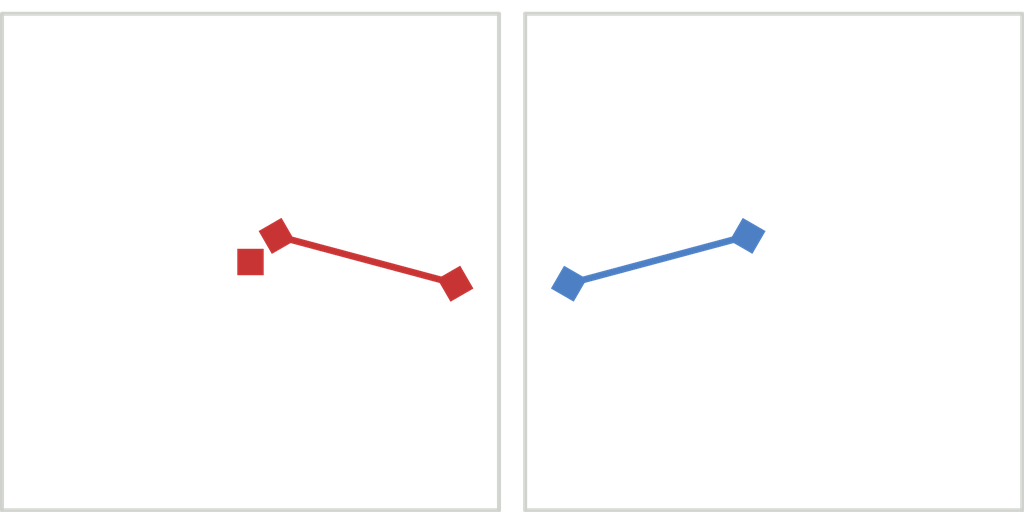
<source format=kicad_pcb>

            
(kicad_pcb (version 20211014) (generator pcbnew)

  (general
    (thickness 1.6)
  )

  (paper "A3")
  (title_block
    (title "main")
    (rev "v1.0.0")
    (company "Unknown")
  )

  (layers
    (0 "F.Cu" signal)
    (31 "B.Cu" signal)
    (32 "B.Adhes" user "B.Adhesive")
    (33 "F.Adhes" user "F.Adhesive")
    (34 "B.Paste" user)
    (35 "F.Paste" user)
    (36 "B.SilkS" user "B.Silkscreen")
    (37 "F.SilkS" user "F.Silkscreen")
    (38 "B.Mask" user)
    (39 "F.Mask" user)
    (40 "Dwgs.User" user "User.Drawings")
    (41 "Cmts.User" user "User.Comments")
    (42 "Eco1.User" user "User.Eco1")
    (43 "Eco2.User" user "User.Eco2")
    (44 "Edge.Cuts" user)
    (45 "Margin" user)
    (46 "B.CrtYd" user "B.Courtyard")
    (47 "F.CrtYd" user "F.Courtyard")
    (48 "B.Fab" user)
    (49 "F.Fab" user)
  )

  (setup
    (last_trace_width 0.25)
    (trace_clearance 0.2)
    (zone_clearance 0.508)
    (zone_45_only no)
    (trace_min 0.2)
    (via_size 0.8)
    (via_drill 0.4)
    (via_min_size 0.4)
    (via_min_drill 0.3)
    (uvia_size 0.3)
    (uvia_drill 0.1)
    (uvias_allowed no)
    (uvia_min_size 0.2)
    (uvia_min_drill 0.1)
    (edge_width 0.05)
    (segment_width 0.2)
    (pcb_text_width 0.3)
    (pcb_text_size 1.5 1.5)
    (mod_edge_width 0.12)
    (mod_text_size 1 1)
    (mod_text_width 0.15)
    (pad_size 1.524 1.524)
    (pad_drill 0.762)
    (pad_to_mask_clearance 0.05)
    (aux_axis_origin 0 0)
    (visible_elements FFFFFF7F)
    (pcbplotparams
      (layerselection 0x00010fc_ffffffff)
      (disableapertmacros false)
      (usegerberextensions false)
      (usegerberattributes true)
      (usegerberadvancedattributes true)
      (creategerberjobfile true)
      (svguseinch false)
      (svgprecision 6)
      (excludeedgelayer true)
      (plotframeref false)
      (viasonmask false)
      (mode 1)
      (useauxorigin false)
      (hpglpennumber 1)
      (hpglpenspeed 20)
      (hpglpendiameter 15.000000)
      (dxfpolygonmode true)
      (dxfimperialunits true)
      (dxfusepcbnewfont true)
      (psnegative false)
      (psa4output false)
      (plotreference true)
      (plotvalue true)
      (plotinvisibletext false)
      (sketchpadsonfab false)
      (subtractmaskfromsilk false)
      (outputformat 1)
      (mirror false)
      (drillshape 1)
      (scaleselection 1)
      (outputdirectory "")
    )
  )

            (net 0 "")
(net 1 "P1")
(net 2 "T6_1")
(net 3 "T6_2")
(net 4 "T6_3")
            
  (net_class Default "This is the default net class."
    (clearance 0.2)
    (trace_width 0.25)
    (via_dia 0.8)
    (via_drill 0.4)
    (uvia_dia 0.3)
    (uvia_drill 0.1)
    (add_net "")
(add_net "P1")
(add_net "T6_1")
(add_net "T6_2")
(add_net "T6_3")
  )

            
  (net_class Power "This is the power net class."
    (clearance 0.2)
    (trace_width 0.5)
    (via_dia 0.8)
    (via_drill 0.4)
    (uvia_dia 0.3)
    (uvia_drill 0.1)
    
  )

            

                (module trace_test (layer F.Cu) (tedit 5CF31DEF)

                    (at 1 -1 30)

                    (pad 1 smd rect (at 0 0 30) (size 1 1) (layers F.Cu F.Paste F.Mask)
                        (net 1 "P1") (solder_mask_margin 0.2))

                    (pad 2 smd rect (at 5 5 30) (size 1 1) (layers F.Cu F.Paste F.Mask)
                        (net 1 "P1") (solder_mask_margin 0.2))

                )

                (segment (start 1 -1) (end 7.830127 0.8301270000000001) (width 0.25) (layer F.Cu) (net 1))

            


                (module trace_test (layer B.Cu) (tedit 5CF31DEF)

                    (at 19 -1 -30)

                    (pad 1 smd rect (at 0 0 -30) (size 1 1) (layers B.Cu B.Paste B.Mask)
                        (net 1 "P1") (solder_mask_margin 0.2))

                    (pad 2 smd rect (at -5 5 -30) (size 1 1) (layers B.Cu B.Paste B.Mask)
                        (net 1 "P1") (solder_mask_margin 0.2))

                )

                (segment (start 19 -1) (end 12.169872999999999 0.8301270000000001) (width 0.25) (layer B.Cu) (net 1))

            


                (module trace_test (layer B.Cu) (tedit 5CF31DEF)

                    (at 19 -1 -30)

                    (pad 1 smd rect (at 0 0 -30) (size 1 1) (layers B.Cu B.Paste B.Mask)
                        (net 1 "P1") (solder_mask_margin 0.2))

                    (pad 2 smd rect (at -5 5 -30) (size 1 1) (layers B.Cu B.Paste B.Mask)
                        (net 1 "P1") (solder_mask_margin 0.2))

                )

                (segment (start 19 -1) (end 12.169872999999999 0.8301270000000001) (width 0.25) (layer B.Cu) (net 1))

            


                (module trace_test (layer F.Cu) (tedit 5CF31DEF)

                    (at 1 -1 30)

                    (pad 1 smd rect (at 0 0 30) (size 1 1) (layers F.Cu F.Paste F.Mask)
                        (net 1 "P1") (solder_mask_margin 0.2))

                    (pad 2 smd rect (at 5 5 30) (size 1 1) (layers F.Cu F.Paste F.Mask)
                        (net 1 "P1") (solder_mask_margin 0.2))

                )

                (segment (start 1 -1) (end 7.830127 0.8301270000000001) (width 0.25) (layer F.Cu) (net 1))

            


                (module zone_test (layer F.Cu) (tedit 5CF31DEF)

                    (at 1 -1 30)

                    (pad 1 smd rect (at 0 0 30) (size 1 1) (layers F.Cu F.Paste F.Mask)
                        (net 1 "P1") (solder_mask_margin 0.2))

                    (pad 2 smd rect (at 5 5 30) (size 1 1) (layers F.Cu F.Paste F.Mask)
                        (net 1 "P1") (solder_mask_margin 0.2))

                )

                (zone (net 1) (net_name P1) (layer F.Cu) (tstamp 0) (hatch full 0.508)
                    (connect_pads (clearance 0.508))
                    (min_thickness 0.254)
                    (fill yes (arc_segments 32) (thermal_gap 0.508) (thermal_bridge_width 0.508))
                    (polygon (pts (xy 7.830127 0.8301270000000001) (xy 2.830127 -7.830127) (xy -5.830127 -2.830127) (xy -0.8301270000000001 5.830127)))
                )

            
 

                (module dynamic_net_test (layer F.Cu) (tedit 5CF31DEF)

                    (at 0 0 0)

                    (pad 1 smd rect (at 0 0 0) (size 1 1) (layers F.Cu F.Paste F.Mask)
                        (net 2 "T6_1") (solder_mask_margin 0.2))

                    (pad 1 smd rect (at 0 0 0) (size 1 1) (layers F.Cu F.Paste F.Mask)
                        (net 3 "T6_2") (solder_mask_margin 0.2))

                    (pad 1 smd rect (at 0 0 0) (size 1 1) (layers F.Cu F.Paste F.Mask)
                        (net 4 "T6_3") (solder_mask_margin 0.2))

                )

            
 

                (module anchor_test (layer F.Cu) (tedit 5CF31DEF)

                    (at 0 0 0)

                    (fp_line (start 0 0) (end 10 -10) (layer Dwgs.User) (width 0.05))

                )

            
            (gr_line (start -9.5 9.5) (end 9.5 9.5) (layer "Edge.Cuts") (width 0.15))
(gr_line (start 9.5 9.5) (end 9.5 -9.5) (layer "Edge.Cuts") (width 0.15))
(gr_line (start 9.5 -9.5) (end -9.5 -9.5) (layer "Edge.Cuts") (width 0.15))
(gr_line (start -9.5 -9.5) (end -9.5 9.5) (layer "Edge.Cuts") (width 0.15))
(gr_line (start 10.5 9.5) (end 29.5 9.5) (layer "Edge.Cuts") (width 0.15))
(gr_line (start 29.5 9.5) (end 29.5 -9.5) (layer "Edge.Cuts") (width 0.15))
(gr_line (start 29.5 -9.5) (end 10.5 -9.5) (layer "Edge.Cuts") (width 0.15))
(gr_line (start 10.5 -9.5) (end 10.5 9.5) (layer "Edge.Cuts") (width 0.15))
            
)

        
</source>
